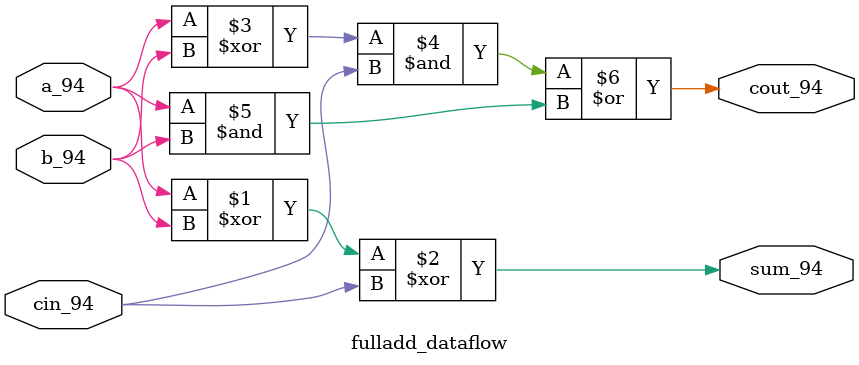
<source format=v>
`timescale 1ns / 1ps


module fulladd_dataflow(sum_94, cout_94 , a_94, b_94, cin_94

    );
    
    input  a_94, b_94, cin_94;
    output  sum_94, cout_94;
    
    assign sum_94 =  a_94^b_94^cin_94;
    assign cout_94 = ((a_94^b_94)&cin_94)|(a_94&b_94);
    
    
endmodule

</source>
